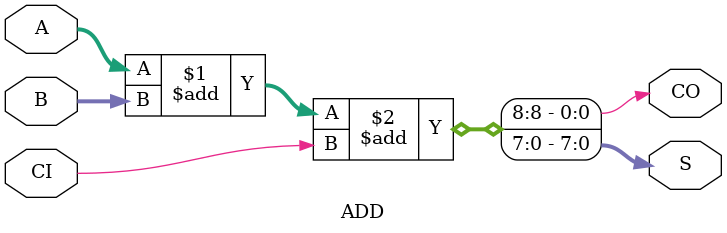
<source format=v>
`timescale 1ns / 1ps

module ADD #(parameter N = 8, M = N)( // N >= M
  input [N-1:0] A,
  input [M-1:0] B,
  input CI,
  output CO,
  output [N-1:0] S
);

assign {CO, S} = A + B + CI;

endmodule


</source>
